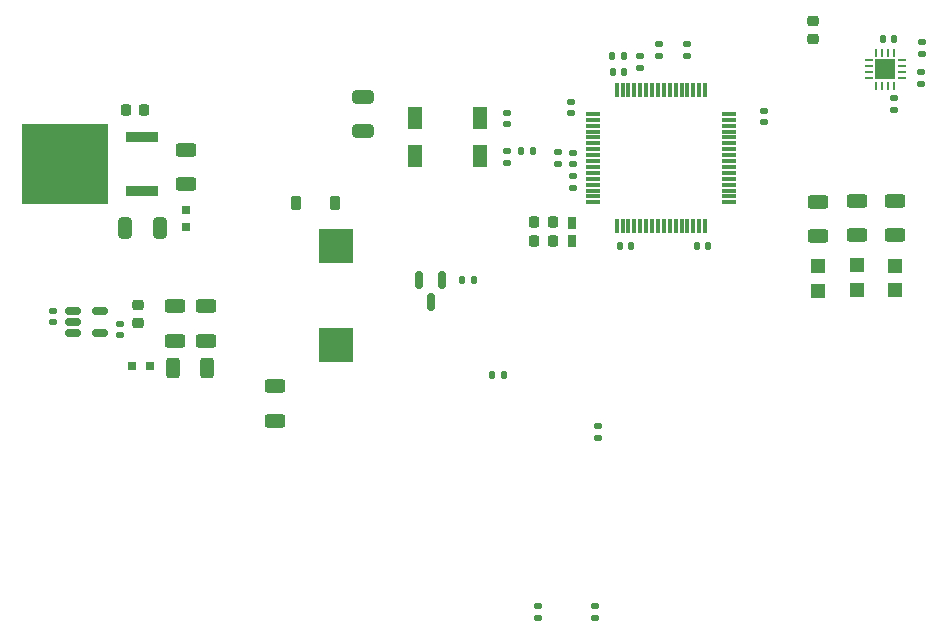
<source format=gbr>
%TF.GenerationSoftware,KiCad,Pcbnew,8.0.6*%
%TF.CreationDate,2025-03-01T18:05:20-05:00*%
%TF.ProjectId,receiver,72656365-6976-4657-922e-6b696361645f,rev?*%
%TF.SameCoordinates,Original*%
%TF.FileFunction,Paste,Top*%
%TF.FilePolarity,Positive*%
%FSLAX46Y46*%
G04 Gerber Fmt 4.6, Leading zero omitted, Abs format (unit mm)*
G04 Created by KiCad (PCBNEW 8.0.6) date 2025-03-01 18:05:20*
%MOMM*%
%LPD*%
G01*
G04 APERTURE LIST*
G04 Aperture macros list*
%AMRoundRect*
0 Rectangle with rounded corners*
0 $1 Rounding radius*
0 $2 $3 $4 $5 $6 $7 $8 $9 X,Y pos of 4 corners*
0 Add a 4 corners polygon primitive as box body*
4,1,4,$2,$3,$4,$5,$6,$7,$8,$9,$2,$3,0*
0 Add four circle primitives for the rounded corners*
1,1,$1+$1,$2,$3*
1,1,$1+$1,$4,$5*
1,1,$1+$1,$6,$7*
1,1,$1+$1,$8,$9*
0 Add four rect primitives between the rounded corners*
20,1,$1+$1,$2,$3,$4,$5,0*
20,1,$1+$1,$4,$5,$6,$7,0*
20,1,$1+$1,$6,$7,$8,$9,0*
20,1,$1+$1,$8,$9,$2,$3,0*%
G04 Aperture macros list end*
%ADD10RoundRect,0.150000X-0.512500X-0.150000X0.512500X-0.150000X0.512500X0.150000X-0.512500X0.150000X0*%
%ADD11RoundRect,0.225000X0.225000X0.250000X-0.225000X0.250000X-0.225000X-0.250000X0.225000X-0.250000X0*%
%ADD12RoundRect,0.140000X0.170000X-0.140000X0.170000X0.140000X-0.170000X0.140000X-0.170000X-0.140000X0*%
%ADD13R,0.711200X0.254000*%
%ADD14R,0.254000X0.711200*%
%ADD15R,1.676400X1.676400*%
%ADD16R,0.800000X0.800000*%
%ADD17RoundRect,0.140000X-0.170000X0.140000X-0.170000X-0.140000X0.170000X-0.140000X0.170000X0.140000X0*%
%ADD18R,3.000000X3.000000*%
%ADD19RoundRect,0.135000X-0.135000X-0.185000X0.135000X-0.185000X0.135000X0.185000X-0.135000X0.185000X0*%
%ADD20RoundRect,0.140000X0.140000X0.170000X-0.140000X0.170000X-0.140000X-0.170000X0.140000X-0.170000X0*%
%ADD21R,1.200000X1.200000*%
%ADD22RoundRect,0.140000X-0.140000X-0.170000X0.140000X-0.170000X0.140000X0.170000X-0.140000X0.170000X0*%
%ADD23RoundRect,0.135000X0.185000X-0.135000X0.185000X0.135000X-0.185000X0.135000X-0.185000X-0.135000X0*%
%ADD24RoundRect,0.250000X-0.625000X0.312500X-0.625000X-0.312500X0.625000X-0.312500X0.625000X0.312500X0*%
%ADD25RoundRect,0.250000X0.625000X-0.312500X0.625000X0.312500X-0.625000X0.312500X-0.625000X-0.312500X0*%
%ADD26RoundRect,0.135000X-0.185000X0.135000X-0.185000X-0.135000X0.185000X-0.135000X0.185000X0.135000X0*%
%ADD27RoundRect,0.250000X0.312500X0.625000X-0.312500X0.625000X-0.312500X-0.625000X0.312500X-0.625000X0*%
%ADD28RoundRect,0.250000X-0.325000X-0.650000X0.325000X-0.650000X0.325000X0.650000X-0.325000X0.650000X0*%
%ADD29RoundRect,0.225000X-0.225000X-0.375000X0.225000X-0.375000X0.225000X0.375000X-0.225000X0.375000X0*%
%ADD30RoundRect,0.150000X-0.150000X0.587500X-0.150000X-0.587500X0.150000X-0.587500X0.150000X0.587500X0*%
%ADD31R,1.193800X0.304800*%
%ADD32R,0.304800X1.193800*%
%ADD33RoundRect,0.225000X-0.250000X0.225000X-0.250000X-0.225000X0.250000X-0.225000X0.250000X0.225000X0*%
%ADD34RoundRect,0.135000X0.135000X0.185000X-0.135000X0.185000X-0.135000X-0.185000X0.135000X-0.185000X0*%
%ADD35RoundRect,0.250000X-0.650000X0.325000X-0.650000X-0.325000X0.650000X-0.325000X0.650000X0.325000X0*%
%ADD36R,0.800000X1.000000*%
%ADD37R,1.300000X1.900000*%
%ADD38R,2.794000X0.939800*%
%ADD39R,7.239000X6.832600*%
G04 APERTURE END LIST*
D10*
%TO.C,U3*%
X108314821Y-98813395D03*
X108314821Y-99763395D03*
X108314821Y-100713395D03*
X110589821Y-100713395D03*
X110589821Y-98813395D03*
%TD*%
D11*
%TO.C,STM_C9*%
X148955222Y-92914887D03*
X147405222Y-92914887D03*
%TD*%
D12*
%TO.C,CSTL_C1*%
X145117170Y-83006379D03*
X145117170Y-82046379D03*
%TD*%
D13*
%TO.C,U4*%
X175719419Y-77623457D03*
X175719419Y-78123458D03*
X175719419Y-78623458D03*
X175719419Y-79123459D03*
D14*
X176366418Y-79770458D03*
X176866419Y-79770458D03*
X177366419Y-79770458D03*
X177866420Y-79770458D03*
D13*
X178513419Y-79123459D03*
X178513419Y-78623458D03*
X178513419Y-78123458D03*
X178513419Y-77623457D03*
D14*
X177866420Y-76976458D03*
X177366419Y-76976458D03*
X176866419Y-76976458D03*
X176366418Y-76976458D03*
D15*
X177116419Y-78373458D03*
%TD*%
D16*
%TO.C,PWR_D2*%
X113353128Y-103519171D03*
X114853128Y-103519171D03*
%TD*%
D17*
%TO.C,PWR_C4*%
X106681187Y-98820277D03*
X106681187Y-99780277D03*
%TD*%
D18*
%TO.C,BZ1*%
X130649833Y-101763250D03*
X130649833Y-93363250D03*
%TD*%
D19*
%TO.C,BUT_R1*%
X143846547Y-104296696D03*
X144866547Y-104296696D03*
%TD*%
D17*
%TO.C,MLX_C1*%
X177869013Y-80844887D03*
X177869013Y-81804887D03*
%TD*%
D20*
%TO.C,STM_C3*%
X155600749Y-93325498D03*
X154640749Y-93325498D03*
%TD*%
D21*
%TO.C,D3*%
X177972188Y-97094202D03*
X177972188Y-94994202D03*
%TD*%
D20*
%TO.C,STM_C4*%
X162102231Y-93343763D03*
X161142231Y-93343763D03*
%TD*%
D22*
%TO.C,STM_C1*%
X154049054Y-78594732D03*
X155009054Y-78594732D03*
%TD*%
D23*
%TO.C,S_R1*%
X149419988Y-86415667D03*
X149419988Y-85395667D03*
%TD*%
D11*
%TO.C,STM_C8*%
X148964259Y-91320267D03*
X147414259Y-91320267D03*
%TD*%
D24*
%TO.C,LED_R1*%
X171444382Y-89602577D03*
X171444382Y-92527577D03*
%TD*%
D12*
%TO.C,PWR_C5*%
X112305458Y-100875165D03*
X112305458Y-99915165D03*
%TD*%
D24*
%TO.C,PWR_R1*%
X117907483Y-85186988D03*
X117907483Y-88111988D03*
%TD*%
D25*
%TO.C,BUZ_R1*%
X125456681Y-108147091D03*
X125456681Y-105222091D03*
%TD*%
D19*
%TO.C,S_R4*%
X146282778Y-85264942D03*
X147302778Y-85264942D03*
%TD*%
D17*
%TO.C,S_C10*%
X150667053Y-85425431D03*
X150667053Y-86385431D03*
%TD*%
D26*
%TO.C,I2C_R2*%
X160300519Y-76238048D03*
X160300519Y-77258048D03*
%TD*%
D27*
%TO.C,PWR_R4*%
X119727314Y-103633713D03*
X116802314Y-103633713D03*
%TD*%
D26*
%TO.C,STM_R2*%
X156380150Y-77268722D03*
X156380150Y-78288722D03*
%TD*%
D23*
%TO.C,BUT_R4*%
X152560448Y-124807293D03*
X152560448Y-123787293D03*
%TD*%
D12*
%TO.C,S_C7*%
X150669133Y-88387129D03*
X150669133Y-87427129D03*
%TD*%
D16*
%TO.C,PWR_D1*%
X117911156Y-91756319D03*
X117911156Y-90256319D03*
%TD*%
D24*
%TO.C,LED_R2*%
X174689472Y-89515365D03*
X174689472Y-92440365D03*
%TD*%
%TO.C,PWR_R3*%
X119582044Y-98429514D03*
X119582044Y-101354514D03*
%TD*%
%TO.C,PWR_R2*%
X117004854Y-98429514D03*
X117004854Y-101354514D03*
%TD*%
D21*
%TO.C,D2*%
X174686024Y-97071779D03*
X174686024Y-94971779D03*
%TD*%
D24*
%TO.C,LED_R3*%
X177954400Y-89508603D03*
X177954400Y-92433603D03*
%TD*%
D26*
%TO.C,I2C_R1*%
X157918528Y-76270201D03*
X157918528Y-77290201D03*
%TD*%
D23*
%TO.C,BUT_R3*%
X152800916Y-109605109D03*
X152800916Y-108585109D03*
%TD*%
D28*
%TO.C,PWR_C1*%
X112760277Y-91797018D03*
X115710277Y-91797018D03*
%TD*%
D29*
%TO.C,BUZ_D1*%
X127237611Y-89681145D03*
X130537611Y-89681145D03*
%TD*%
D12*
%TO.C,S_C2*%
X150483023Y-82114002D03*
X150483023Y-81154002D03*
%TD*%
D30*
%TO.C,Q1*%
X138611808Y-98070991D03*
X139561808Y-96195991D03*
X137661808Y-96195991D03*
%TD*%
D23*
%TO.C,MLX_R1*%
X180226624Y-77094622D03*
X180226624Y-76074622D03*
%TD*%
D31*
%TO.C,U1*%
X152366799Y-82147422D03*
X152366799Y-82647421D03*
X152366799Y-83147422D03*
X152366799Y-83647421D03*
X152366799Y-84147423D03*
X152366799Y-84647422D03*
X152366799Y-85147421D03*
X152366799Y-85647422D03*
X152366799Y-86147422D03*
X152366799Y-86647423D03*
X152366799Y-87147422D03*
X152366799Y-87647421D03*
X152366799Y-88147423D03*
X152366799Y-88647422D03*
X152366799Y-89147423D03*
X152366799Y-89647422D03*
D32*
X154366798Y-91647421D03*
X154866797Y-91647421D03*
X155366798Y-91647421D03*
X155866797Y-91647421D03*
X156366799Y-91647421D03*
X156866798Y-91647421D03*
X157366797Y-91647421D03*
X157866798Y-91647421D03*
X158366798Y-91647421D03*
X158866799Y-91647421D03*
X159366798Y-91647421D03*
X159866797Y-91647421D03*
X160366799Y-91647421D03*
X160866798Y-91647421D03*
X161366799Y-91647421D03*
X161866798Y-91647421D03*
D31*
X163866797Y-89647422D03*
X163866797Y-89147423D03*
X163866797Y-88647422D03*
X163866797Y-88147423D03*
X163866797Y-87647421D03*
X163866797Y-87147422D03*
X163866797Y-86647423D03*
X163866797Y-86147422D03*
X163866797Y-85647422D03*
X163866797Y-85147421D03*
X163866797Y-84647422D03*
X163866797Y-84147423D03*
X163866797Y-83647421D03*
X163866797Y-83147422D03*
X163866797Y-82647421D03*
X163866797Y-82147422D03*
D32*
X161866798Y-80147423D03*
X161366799Y-80147423D03*
X160866798Y-80147423D03*
X160366799Y-80147423D03*
X159866797Y-80147423D03*
X159366798Y-80147423D03*
X158866799Y-80147423D03*
X158366798Y-80147423D03*
X157866798Y-80147423D03*
X157366797Y-80147423D03*
X156866798Y-80147423D03*
X156366799Y-80147423D03*
X155866797Y-80147423D03*
X155366798Y-80147423D03*
X154866797Y-80147423D03*
X154366798Y-80147423D03*
%TD*%
D33*
%TO.C,MLX_C3*%
X171019801Y-74252401D03*
X171019801Y-75802401D03*
%TD*%
D34*
%TO.C,STM_R3*%
X155020958Y-77284395D03*
X154000958Y-77284395D03*
%TD*%
D26*
%TO.C,MLX_R2*%
X180177236Y-78582262D03*
X180177236Y-79602262D03*
%TD*%
D33*
%TO.C,PWR_C3*%
X113810283Y-98334129D03*
X113810283Y-99884129D03*
%TD*%
D21*
%TO.C,D1*%
X171434291Y-97144398D03*
X171434291Y-95044398D03*
%TD*%
D11*
%TO.C,PWR_C2*%
X114349877Y-81846789D03*
X112799877Y-81846789D03*
%TD*%
D22*
%TO.C,MLX_C2*%
X176881766Y-75807249D03*
X177841766Y-75807249D03*
%TD*%
D17*
%TO.C,CSTL_C2*%
X145125495Y-85313305D03*
X145125495Y-86273305D03*
%TD*%
D35*
%TO.C,STM_C6*%
X132899705Y-80685496D03*
X132899705Y-83635496D03*
%TD*%
D17*
%TO.C,STM_C5*%
X166840406Y-81899607D03*
X166840406Y-82859607D03*
%TD*%
D36*
%TO.C,FB1*%
X150600285Y-92956192D03*
X150600285Y-91356192D03*
%TD*%
D37*
%TO.C,Y1*%
X142795495Y-82532278D03*
X137295495Y-82532278D03*
X142795495Y-85732278D03*
X137295495Y-85732278D03*
%TD*%
D34*
%TO.C,BUZ_R2*%
X142276008Y-96224213D03*
X141256008Y-96224213D03*
%TD*%
D23*
%TO.C,BUT_R2*%
X147720677Y-124807293D03*
X147720677Y-123787293D03*
%TD*%
D38*
%TO.C,U2*%
X114208585Y-88696382D03*
D39*
X107693485Y-86406381D03*
D38*
X114208585Y-84116380D03*
%TD*%
M02*

</source>
